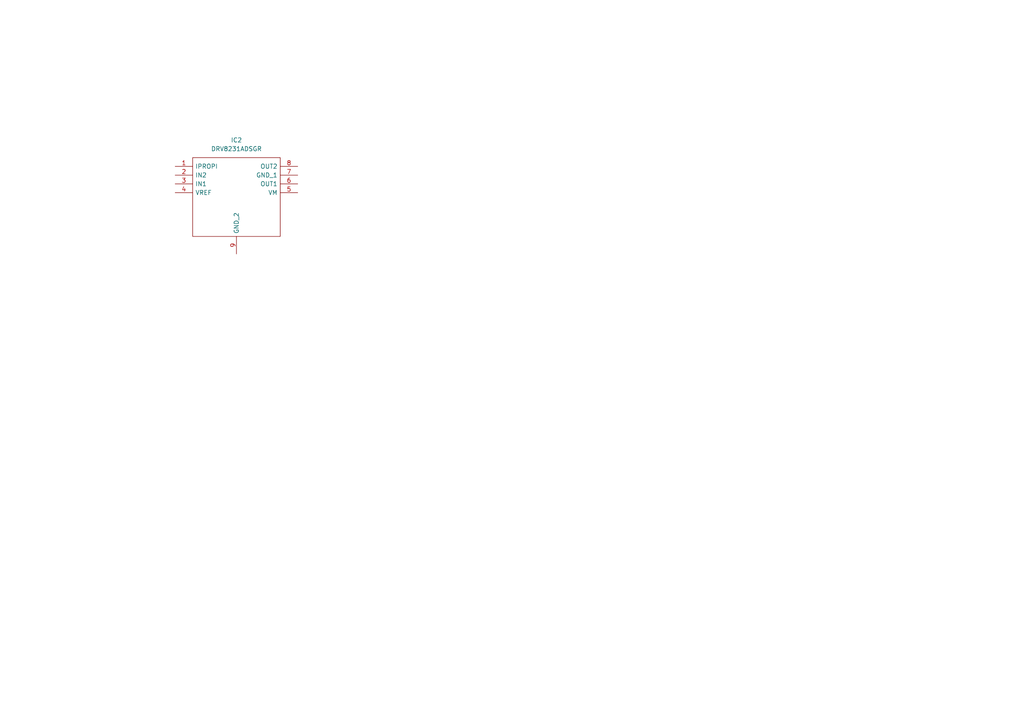
<source format=kicad_sch>
(kicad_sch (version 20211123) (generator eeschema)
  (paper "A4")
  (title_block (title "Micromouse schématic") (date "2022-10-08") (rev "1") (company "RobotiCS"))
  (lib_symbols
    (symbol "DRV8231ADSGR:DRV8231ADSGR" (pin_names (offset 0.762))
      (property "Reference" "IC" (at 31.75 7.62 0))
      (property "Value" "DRV8231ADSGR" (at 31.75 5.08 0))
      (symbol "DRV8231ADSGR_0_0"
        (pin passive line (at 0 0 0) (length 5.08) (name "IPROPI") (number "1"))
        (pin passive line (at 0 -2.54 0) (length 5.08) (name "IN2") (number "2"))
        (pin passive line (at 0 -5.08 0) (length 5.08) (name "IN1") (number "3"))
        (pin passive line (at 0 -7.62 0) (length 5.08) (name "VREF") (number "4"))
        (pin passive line (at 35.56 -7.62 180) (length 5.08) (name "VM") (number "5"))
        (pin passive line (at 35.56 -5.08 180) (length 5.08) (name "OUT1") (number "6"))
        (pin passive line (at 35.56 -2.54 180) (length 5.08) (name "GND_1") (number "7"))
        (pin passive line (at 35.56 0 180) (length 5.08) (name "OUT2") (number "8"))
        (pin passive line (at 17.78 -25.4 90) (length 5.08) (name "GND_2") (number "9"))
      )
      (symbol "DRV8231ADSGR_0_1"
        (polyline (pts (xy 5.08 2.54) (xy 30.48 2.54) (xy 30.48 -20.32) (xy 5.08 -20.32) (xy 5.08 2.54)) (stroke (width 0.1524)))
      )
    )
  )
  (symbol (lib_id "DRV8231ADSGR:DRV8231ADSGR") (at 50.8 48.26 0) (unit 1)
    (property "Reference" "IC2" (at 68.58 40.64 0))
    (property "Value" "DRV8231ADSGR" (at 68.58 43.18 0))
    (property "Footprint" "SON50P200X200X80-9N" (effects hide))
    (property "Datasheet" "https://www.ti.com/lit/ds/symlink/drv8231a.pdf?ts=1648534030931&ref_url=https%253A%252F%252Fwww.ti.com%252Fproduct%252FDRV8231A%253FkeyMatch%253DDRV8231ADSGR%2526tisearch%253Dsearch-everything%2526usecase%253DOPN" (effects hide))
    (property "Description" "DRV8231: 4.5-V to 33-V, 600-m, shunt" (effects hide))
    (property "Height" "0.8" (effects hide))
    (property "Mouser Part Number" "595-DRV8231ADSGR" (effects hide))
    (property "Mouser Price/Stock" "https://www.mouser.co.uk/ProductDetail/Texas-Instruments/DRV8231ADSGR?qs=Rp5uXu7WBW%252BKZGX8zD3MhQ%3D%3D" (effects hide))
    (property "Manufacturer_Name" "Texas Instruments" (effects hide))
    (property "Manufacturer_Part_Number" "DRV8231ADSGR" (effects hide))
  )
)
</source>
